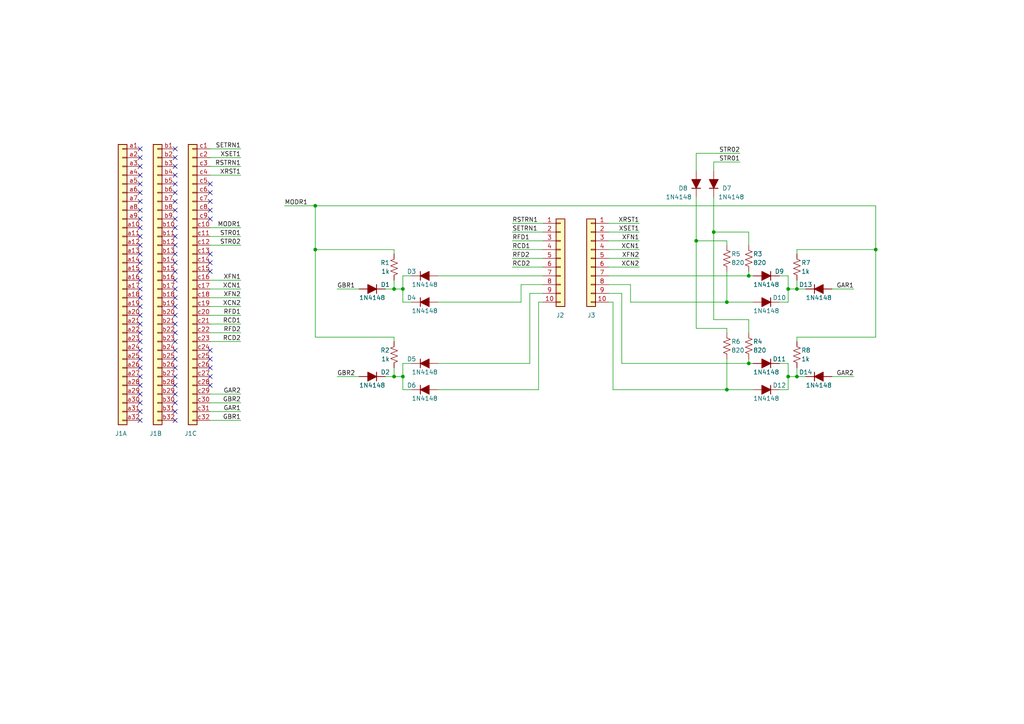
<source format=kicad_sch>
(kicad_sch (version 20211123) (generator eeschema)
  (paper "A4")
  (lib_symbols
    (symbol "Connector_Generic:Conn_01x10" (pin_names (offset 1.016) hide)
      (property "Reference" "J" (at 0 12.7 0))
      (property "Value" "Conn_01x10" (at 0 -15.24 0))
      (symbol "Conn_01x10_1_1"
        (rectangle (start -1.27 -12.573) (end 0 -12.827) (stroke (width 0.1524)))
        (rectangle (start -1.27 -10.033) (end 0 -10.287) (stroke (width 0.1524)))
        (rectangle (start -1.27 -7.493) (end 0 -7.747) (stroke (width 0.1524)))
        (rectangle (start -1.27 -4.953) (end 0 -5.207) (stroke (width 0.1524)))
        (rectangle (start -1.27 -2.413) (end 0 -2.667) (stroke (width 0.1524)))
        (rectangle (start -1.27 0.127) (end 0 -0.127) (stroke (width 0.1524)))
        (rectangle (start -1.27 2.667) (end 0 2.413) (stroke (width 0.1524)))
        (rectangle (start -1.27 5.207) (end 0 4.953) (stroke (width 0.1524)))
        (rectangle (start -1.27 7.747) (end 0 7.493) (stroke (width 0.1524)))
        (rectangle (start -1.27 10.287) (end 0 10.033) (stroke (width 0.1524)))
        (rectangle (start -1.27 11.43) (end 1.27 -13.97) (stroke (width 0.254)) (fill (type background)))
        (pin passive line (at -5.08 10.16 0) (length 3.81) (name "Pin_1") (number "1"))
        (pin passive line (at -5.08 -12.7 0) (length 3.81) (name "Pin_10") (number "10"))
        (pin passive line (at -5.08 7.62 0) (length 3.81) (name "Pin_2") (number "2"))
        (pin passive line (at -5.08 5.08 0) (length 3.81) (name "Pin_3") (number "3"))
        (pin passive line (at -5.08 2.54 0) (length 3.81) (name "Pin_4") (number "4"))
        (pin passive line (at -5.08 0 0) (length 3.81) (name "Pin_5") (number "5"))
        (pin passive line (at -5.08 -2.54 0) (length 3.81) (name "Pin_6") (number "6"))
        (pin passive line (at -5.08 -5.08 0) (length 3.81) (name "Pin_7") (number "7"))
        (pin passive line (at -5.08 -7.62 0) (length 3.81) (name "Pin_8") (number "8"))
        (pin passive line (at -5.08 -10.16 0) (length 3.81) (name "Pin_9") (number "9"))
      )
    )
    (symbol "Device:D_Filled" (pin_numbers hide) (pin_names (offset 1.016) hide)
      (property "Reference" "D" (at 0 2.54 0))
      (property "Value" "D_Filled" (at 0 -2.54 0))
      (symbol "D_Filled_0_1"
        (polyline (pts (xy -1.27 1.27) (xy -1.27 -1.27)) (stroke (width 0.254)))
        (polyline (pts (xy 1.27 0) (xy -1.27 0)))
        (polyline (pts (xy 1.27 1.27) (xy 1.27 -1.27) (xy -1.27 0) (xy 1.27 1.27)) (stroke (width 0.254)) (fill (type outline)))
      )
      (symbol "D_Filled_1_1"
        (pin passive line (at -3.81 0 0) (length 2.54) (name "K") (number "1"))
        (pin passive line (at 3.81 0 180) (length 2.54) (name "A") (number "2"))
      )
    )
    (symbol "Device:R_US" (pin_numbers hide) (pin_names (offset 0))
      (property "Reference" "R" (at 2.54 0 90))
      (property "Value" "R_US" (at -2.54 0 90))
      (symbol "R_US_0_1"
        (polyline (pts (xy 0 -2.286) (xy 0 -2.54)))
        (polyline (pts (xy 0 2.286) (xy 0 2.54)))
        (polyline (pts (xy 0 -0.762) (xy 1.016 -1.143) (xy 0 -1.524) (xy -1.016 -1.905) (xy 0 -2.286)))
        (polyline (pts (xy 0 0.762) (xy 1.016 0.381) (xy 0 0) (xy -1.016 -0.381) (xy 0 -0.762)))
        (polyline (pts (xy 0 2.286) (xy 1.016 1.905) (xy 0 1.524) (xy -1.016 1.143) (xy 0 0.762)))
      )
      (symbol "R_US_1_1"
        (pin passive line (at 0 3.81 270) (length 1.27) (name "~") (number "1"))
        (pin passive line (at 0 -3.81 90) (length 1.27) (name "~") (number "2"))
      )
    )
    (symbol "lachesis:DIN41612_03x32_C" (pin_names (offset 1.016) hide)
      (property "Reference" "J" (at 0 30.48 0))
      (property "Value" "DIN41612_03x32_C" (at 0 -53.34 0))
      (symbol "DIN41612_03x32_C_0_1"
        (rectangle (start -1.27 29.21) (end 1.27 -52.07) (stroke (width 0.254)) (fill (type background)))
      )
      (symbol "DIN41612_03x32_C_1_1"
        (rectangle (start -1.27 -50.673) (end 0 -50.927) (stroke (width 0.1524)))
        (rectangle (start -1.27 -48.133) (end 0 -48.387) (stroke (width 0.1524)))
        (rectangle (start -1.27 -45.593) (end 0 -45.847) (stroke (width 0.1524)))
        (rectangle (start -1.27 -43.053) (end 0 -43.307) (stroke (width 0.1524)))
        (rectangle (start -1.27 -40.513) (end 0 -40.767) (stroke (width 0.1524)))
        (rectangle (start -1.27 -37.973) (end 0 -38.227) (stroke (width 0.1524)))
        (rectangle (start -1.27 -35.433) (end 0 -35.687) (stroke (width 0.1524)))
        (rectangle (start -1.27 -32.893) (end 0 -33.147) (stroke (width 0.1524)))
        (rectangle (start -1.27 -30.353) (end 0 -30.607) (stroke (width 0.1524)))
        (rectangle (start -1.27 -27.813) (end 0 -28.067) (stroke (width 0.1524)))
        (rectangle (start -1.27 -25.273) (end 0 -25.527) (stroke (width 0.1524)))
        (rectangle (start -1.27 -22.733) (end 0 -22.987) (stroke (width 0.1524)))
        (rectangle (start -1.27 -20.193) (end 0 -20.447) (stroke (width 0.1524)))
        (rectangle (start -1.27 -17.653) (end 0 -17.907) (stroke (width 0.1524)))
        (rectangle (start -1.27 -15.113) (end 0 -15.367) (stroke (width 0.1524)))
        (rectangle (start -1.27 -12.573) (end 0 -12.827) (stroke (width 0.1524)))
        (rectangle (start -1.27 -10.033) (end 0 -10.287) (stroke (width 0.1524)))
        (rectangle (start -1.27 -7.493) (end 0 -7.747) (stroke (width 0.1524)))
        (rectangle (start -1.27 -4.953) (end 0 -5.207) (stroke (width 0.1524)))
        (rectangle (start -1.27 -2.413) (end 0 -2.667) (stroke (width 0.1524)))
        (rectangle (start -1.27 0.127) (end 0 -0.127) (stroke (width 0.1524)))
        (rectangle (start -1.27 2.667) (end 0 2.413) (stroke (width 0.1524)))
        (rectangle (start -1.27 5.207) (end 0 4.953) (stroke (width 0.1524)))
        (rectangle (start -1.27 7.747) (end 0 7.493) (stroke (width 0.1524)))
        (rectangle (start -1.27 10.287) (end 0 10.033) (stroke (width 0.1524)))
        (rectangle (start -1.27 12.827) (end 0 12.573) (stroke (width 0.1524)))
        (rectangle (start -1.27 15.367) (end 0 15.113) (stroke (width 0.1524)))
        (rectangle (start -1.27 17.907) (end 0 17.653) (stroke (width 0.1524)))
        (rectangle (start -1.27 20.447) (end 0 20.193) (stroke (width 0.1524)))
        (rectangle (start -1.27 22.987) (end 0 22.733) (stroke (width 0.1524)))
        (rectangle (start -1.27 25.527) (end 0 25.273) (stroke (width 0.1524)))
        (rectangle (start -1.27 28.067) (end 0 27.813) (stroke (width 0.1524)))
        (pin passive line (at -5.08 27.94 0) (length 3.81) (name "~") (number "a1"))
        (pin passive line (at -5.08 5.08 0) (length 3.81) (name "~") (number "a10"))
        (pin passive line (at -5.08 2.54 0) (length 3.81) (name "~") (number "a11"))
        (pin passive line (at -5.08 0 0) (length 3.81) (name "~") (number "a12"))
        (pin passive line (at -5.08 -2.54 0) (length 3.81) (name "~") (number "a13"))
        (pin passive line (at -5.08 -5.08 0) (length 3.81) (name "~") (number "a14"))
        (pin passive line (at -5.08 -7.62 0) (length 3.81) (name "~") (number "a15"))
        (pin passive line (at -5.08 -10.16 0) (length 3.81) (name "~") (number "a16"))
        (pin passive line (at -5.08 -12.7 0) (length 3.81) (name "~") (number "a17"))
        (pin passive line (at -5.08 -15.24 0) (length 3.81) (name "~") (number "a18"))
        (pin passive line (at -5.08 -17.78 0) (length 3.81) (name "~") (number "a19"))
        (pin passive line (at -5.08 25.4 0) (length 3.81) (name "~") (number "a2"))
        (pin passive line (at -5.08 -20.32 0) (length 3.81) (name "~") (number "a20"))
        (pin passive line (at -5.08 -22.86 0) (length 3.81) (name "~") (number "a21"))
        (pin passive line (at -5.08 -25.4 0) (length 3.81) (name "~") (number "a22"))
        (pin passive line (at -5.08 -27.94 0) (length 3.81) (name "~") (number "a23"))
        (pin passive line (at -5.08 -30.48 0) (length 3.81) (name "~") (number "a24"))
        (pin passive line (at -5.08 -33.02 0) (length 3.81) (name "~") (number "a25"))
        (pin passive line (at -5.08 -35.56 0) (length 3.81) (name "~") (number "a26"))
        (pin passive line (at -5.08 -38.1 0) (length 3.81) (name "~") (number "a27"))
        (pin passive line (at -5.08 -40.64 0) (length 3.81) (name "~") (number "a28"))
        (pin passive line (at -5.08 -43.18 0) (length 3.81) (name "~") (number "a29"))
        (pin passive line (at -5.08 22.86 0) (length 3.81) (name "~") (number "a3"))
        (pin passive line (at -5.08 -45.72 0) (length 3.81) (name "~") (number "a30"))
        (pin passive line (at -5.08 -48.26 0) (length 3.81) (name "~") (number "a31"))
        (pin passive line (at -5.08 -50.8 0) (length 3.81) (name "~") (number "a32"))
        (pin passive line (at -5.08 20.32 0) (length 3.81) (name "~") (number "a4"))
        (pin passive line (at -5.08 17.78 0) (length 3.81) (name "~") (number "a5"))
        (pin passive line (at -5.08 15.24 0) (length 3.81) (name "~") (number "a6"))
        (pin passive line (at -5.08 12.7 0) (length 3.81) (name "~") (number "a7"))
        (pin passive line (at -5.08 10.16 0) (length 3.81) (name "~") (number "a8"))
        (pin passive line (at -5.08 7.62 0) (length 3.81) (name "~") (number "a9"))
      )
      (symbol "DIN41612_03x32_C_2_1"
        (rectangle (start -1.27 -50.673) (end 0 -50.927) (stroke (width 0.1524)))
        (rectangle (start -1.27 -48.133) (end 0 -48.387) (stroke (width 0.1524)))
        (rectangle (start -1.27 -45.593) (end 0 -45.847) (stroke (width 0.1524)))
        (rectangle (start -1.27 -43.053) (end 0 -43.307) (stroke (width 0.1524)))
        (rectangle (start -1.27 -40.513) (end 0 -40.767) (stroke (width 0.1524)))
        (rectangle (start -1.27 -37.973) (end 0 -38.227) (stroke (width 0.1524)))
        (rectangle (start -1.27 -35.433) (end 0 -35.687) (stroke (width 0.1524)))
        (rectangle (start -1.27 -32.893) (end 0 -33.147) (stroke (width 0.1524)))
        (rectangle (start -1.27 -30.353) (end 0 -30.607) (stroke (width 0.1524)))
        (rectangle (start -1.27 -27.813) (end 0 -28.067) (stroke (width 0.1524)))
        (rectangle (start -1.27 -25.273) (end 0 -25.527) (stroke (width 0.1524)))
        (rectangle (start -1.27 -22.733) (end 0 -22.987) (stroke (width 0.1524)))
        (rectangle (start -1.27 -20.193) (end 0 -20.447) (stroke (width 0.1524)))
        (rectangle (start -1.27 -17.653) (end 0 -17.907) (stroke (width 0.1524)))
        (rectangle (start -1.27 -15.113) (end 0 -15.367) (stroke (width 0.1524)))
        (rectangle (start -1.27 -12.573) (end 0 -12.827) (stroke (width 0.1524)))
        (rectangle (start -1.27 -10.033) (end 0 -10.287) (stroke (width 0.1524)))
        (rectangle (start -1.27 -7.493) (end 0 -7.747) (stroke (width 0.1524)))
        (rectangle (start -1.27 -4.953) (end 0 -5.207) (stroke (width 0.1524)))
        (rectangle (start -1.27 -2.413) (end 0 -2.667) (stroke (width 0.1524)))
        (rectangle (start -1.27 0.127) (end 0 -0.127) (stroke (width 0.1524)))
        (rectangle (start -1.27 2.667) (end 0 2.413) (stroke (width 0.1524)))
        (rectangle (start -1.27 5.207) (end 0 4.953) (stroke (width 0.1524)))
        (rectangle (start -1.27 7.747) (end 0 7.493) (stroke (width 0.1524)))
        (rectangle (start -1.27 10.287) (end 0 10.033) (stroke (width 0.1524)))
        (rectangle (start -1.27 12.827) (end 0 12.573) (stroke (width 0.1524)))
        (rectangle (start -1.27 15.367) (end 0 15.113) (stroke (width 0.1524)))
        (rectangle (start -1.27 17.907) (end 0 17.653) (stroke (width 0.1524)))
        (rectangle (start -1.27 20.447) (end 0 20.193) (stroke (width 0.1524)))
        (rectangle (start -1.27 22.987) (end 0 22.733) (stroke (width 0.1524)))
        (rectangle (start -1.27 25.527) (end 0 25.273) (stroke (width 0.1524)))
        (rectangle (start -1.27 28.067) (end 0 27.813) (stroke (width 0.1524)))
        (pin passive line (at -5.08 27.94 0) (length 3.81) (name "~") (number "b1"))
        (pin passive line (at -5.08 5.08 0) (length 3.81) (name "~") (number "b10"))
        (pin passive line (at -5.08 2.54 0) (length 3.81) (name "~") (number "b11"))
        (pin passive line (at -5.08 0 0) (length 3.81) (name "~") (number "b12"))
        (pin passive line (at -5.08 -2.54 0) (length 3.81) (name "~") (number "b13"))
        (pin passive line (at -5.08 -5.08 0) (length 3.81) (name "~") (number "b14"))
        (pin passive line (at -5.08 -7.62 0) (length 3.81) (name "~") (number "b15"))
        (pin passive line (at -5.08 -10.16 0) (length 3.81) (name "~") (number "b16"))
        (pin passive line (at -5.08 -12.7 0) (length 3.81) (name "~") (number "b17"))
        (pin passive line (at -5.08 -15.24 0) (length 3.81) (name "~") (number "b18"))
        (pin passive line (at -5.08 -17.78 0) (length 3.81) (name "~") (number "b19"))
        (pin passive line (at -5.08 25.4 0) (length 3.81) (name "~") (number "b2"))
        (pin passive line (at -5.08 -20.32 0) (length 3.81) (name "~") (number "b20"))
        (pin passive line (at -5.08 -22.86 0) (length 3.81) (name "~") (number "b21"))
        (pin passive line (at -5.08 -25.4 0) (length 3.81) (name "~") (number "b22"))
        (pin passive line (at -5.08 -27.94 0) (length 3.81) (name "~") (number "b23"))
        (pin passive line (at -5.08 -30.48 0) (length 3.81) (name "~") (number "b24"))
        (pin passive line (at -5.08 -33.02 0) (length 3.81) (name "~") (number "b25"))
        (pin passive line (at -5.08 -35.56 0) (length 3.81) (name "~") (number "b26"))
        (pin passive line (at -5.08 -38.1 0) (length 3.81) (name "~") (number "b27"))
        (pin passive line (at -5.08 -40.64 0) (length 3.81) (name "~") (number "b28"))
        (pin passive line (at -5.08 -43.18 0) (length 3.81) (name "~") (number "b29"))
        (pin passive line (at -5.08 22.86 0) (length 3.81) (name "~") (number "b3"))
        (pin passive line (at -5.08 -45.72 0) (length 3.81) (name "~") (number "b30"))
        (pin passive line (at -5.08 -48.26 0) (length 3.81) (name "~") (number "b31"))
        (pin passive line (at -5.08 -50.8 0) (length 3.81) (name "~") (number "b32"))
        (pin passive line (at -5.08 20.32 0) (length 3.81) (name "~") (number "b4"))
        (pin passive line (at -5.08 17.78 0) (length 3.81) (name "~") (number "b5"))
        (pin passive line (at -5.08 15.24 0) (length 3.81) (name "~") (number "b6"))
        (pin passive line (at -5.08 12.7 0) (length 3.81) (name "~") (number "b7"))
        (pin passive line (at -5.08 10.16 0) (length 3.81) (name "~") (number "b8"))
        (pin passive line (at -5.08 7.62 0) (length 3.81) (name "~") (number "b9"))
      )
      (symbol "DIN41612_03x32_C_3_1"
        (rectangle (start -1.27 -50.673) (end 0 -50.927) (stroke (width 0.1524)))
        (rectangle (start -1.27 -48.133) (end 0 -48.387) (stroke (width 0.1524)))
        (rectangle (start -1.27 -45.593) (end 0 -45.847) (stroke (width 0.1524)))
        (rectangle (start -1.27 -43.053) (end 0 -43.307) (stroke (width 0.1524)))
        (rectangle (start -1.27 -40.513) (end 0 -40.767) (stroke (width 0.1524)))
        (rectangle (start -1.27 -37.973) (end 0 -38.227) (stroke (width 0.1524)))
        (rectangle (start -1.27 -35.433) (end 0 -35.687) (stroke (width 0.1524)))
        (rectangle (start -1.27 -32.893) (end 0 -33.147) (stroke (width 0.1524)))
        (rectangle (start -1.27 -30.353) (end 0 -30.607) (stroke (width 0.1524)))
        (rectangle (start -1.27 -27.813) (end 0 -28.067) (stroke (width 0.1524)))
        (rectangle (start -1.27 -25.273) (end 0 -25.527) (stroke (width 0.1524)))
        (rectangle (start -1.27 -22.733) (end 0 -22.987) (stroke (width 0.1524)))
        (rectangle (start -1.27 -20.193) (end 0 -20.447) (stroke (width 0.1524)))
        (rectangle (start -1.27 -17.653) (end 0 -17.907) (stroke (width 0.1524)))
        (rectangle (start -1.27 -15.113) (end 0 -15.367) (stroke (width 0.1524)))
        (rectangle (start -1.27 -12.573) (end 0 -12.827) (stroke (width 0.1524)))
        (rectangle (start -1.27 -10.033) (end 0 -10.287) (stroke (width 0.1524)))
        (rectangle (start -1.27 -7.493) (end 0 -7.747) (stroke (width 0.1524)))
        (rectangle (start -1.27 -4.953) (end 0 -5.207) (stroke (width 0.1524)))
        (rectangle (start -1.27 -2.413) (end 0 -2.667) (stroke (width 0.1524)))
        (rectangle (start -1.27 0.127) (end 0 -0.127) (stroke (width 0.1524)))
        (rectangle (start -1.27 2.667) (end 0 2.413) (stroke (width 0.1524)))
        (rectangle (start -1.27 5.207) (end 0 4.953) (stroke (width 0.1524)))
        (rectangle (start -1.27 7.747) (end 0 7.493) (stroke (width 0.1524)))
        (rectangle (start -1.27 10.287) (end 0 10.033) (stroke (width 0.1524)))
        (rectangle (start -1.27 12.827) (end 0 12.573) (stroke (width 0.1524)))
        (rectangle (start -1.27 15.367) (end 0 15.113) (stroke (width 0.1524)))
        (rectangle (start -1.27 17.907) (end 0 17.653) (stroke (width 0.1524)))
        (rectangle (start -1.27 20.447) (end 0 20.193) (stroke (width 0.1524)))
        (rectangle (start -1.27 22.987) (end 0 22.733) (stroke (width 0.1524)))
        (rectangle (start -1.27 25.527) (end 0 25.273) (stroke (width 0.1524)))
        (rectangle (start -1.27 28.067) (end 0 27.813) (stroke (width 0.1524)))
        (pin passive line (at -5.08 27.94 0) (length 3.81) (name "~") (number "c1"))
        (pin passive line (at -5.08 5.08 0) (length 3.81) (name "~") (number "c10"))
        (pin passive line (at -5.08 2.54 0) (length 3.81) (name "~") (number "c11"))
        (pin passive line (at -5.08 0 0) (length 3.81) (name "~") (number "c12"))
        (pin passive line (at -5.08 -2.54 0) (length 3.81) (name "~") (number "c13"))
        (pin passive line (at -5.08 -5.08 0) (length 3.81) (name "~") (number "c14"))
        (pin passive line (at -5.08 -7.62 0) (length 3.81) (name "~") (number "c15"))
        (pin passive line (at -5.08 -10.16 0) (length 3.81) (name "~") (number "c16"))
        (pin passive line (at -5.08 -12.7 0) (length 3.81) (name "~") (number "c17"))
        (pin passive line (at -5.08 -15.24 0) (length 3.81) (name "~") (number "c18"))
        (pin passive line (at -5.08 -17.78 0) (length 3.81) (name "~") (number "c19"))
        (pin passive line (at -5.08 25.4 0) (length 3.81) (name "~") (number "c2"))
        (pin passive line (at -5.08 -20.32 0) (length 3.81) (name "~") (number "c20"))
        (pin passive line (at -5.08 -22.86 0) (length 3.81) (name "~") (number "c21"))
        (pin passive line (at -5.08 -25.4 0) (length 3.81) (name "~") (number "c22"))
        (pin passive line (at -5.08 -27.94 0) (length 3.81) (name "~") (number "c23"))
        (pin passive line (at -5.08 -30.48 0) (length 3.81) (name "~") (number "c24"))
        (pin passive line (at -5.08 -33.02 0) (length 3.81) (name "~") (number "c25"))
        (pin passive line (at -5.08 -35.56 0) (length 3.81) (name "~") (number "c26"))
        (pin passive line (at -5.08 -38.1 0) (length 3.81) (name "~") (number "c27"))
        (pin passive line (at -5.08 -40.64 0) (length 3.81) (name "~") (number "c28"))
        (pin passive line (at -5.08 -43.18 0) (length 3.81) (name "~") (number "c29"))
        (pin passive line (at -5.08 22.86 0) (length 3.81) (name "~") (number "c3"))
        (pin passive line (at -5.08 -45.72 0) (length 3.81) (name "~") (number "c30"))
        (pin passive line (at -5.08 -48.26 0) (length 3.81) (name "~") (number "c31"))
        (pin passive line (at -5.08 -50.8 0) (length 3.81) (name "~") (number "c32"))
        (pin passive line (at -5.08 20.32 0) (length 3.81) (name "~") (number "c4"))
        (pin passive line (at -5.08 17.78 0) (length 3.81) (name "~") (number "c5"))
        (pin passive line (at -5.08 15.24 0) (length 3.81) (name "~") (number "c6"))
        (pin passive line (at -5.08 12.7 0) (length 3.81) (name "~") (number "c7"))
        (pin passive line (at -5.08 10.16 0) (length 3.81) (name "~") (number "c8"))
        (pin passive line (at -5.08 7.62 0) (length 3.81) (name "~") (number "c9"))
      )
    )
  )
  (junction (at 91.44 59.69))
  (junction (at 254 72.39))
  (junction (at 217.17 105.41))
  (junction (at 207.01 67.31))
  (junction (at 210.82 87.63))
  (junction (at 114.3 109.22))
  (junction (at 228.6 109.22))
  (junction (at 116.84 83.82))
  (junction (at 210.82 113.03))
  (junction (at 114.3 83.82))
  (junction (at 91.44 72.39))
  (junction (at 231.14 83.82))
  (junction (at 116.84 109.22))
  (junction (at 217.17 80.01))
  (junction (at 201.93 69.85))
  (junction (at 228.6 83.82))
  (junction (at 231.14 109.22))
  (no_connect (at 40.64 55.88))
  (no_connect (at 40.64 78.74))
  (no_connect (at 50.8 68.58))
  (no_connect (at 40.64 58.42))
  (no_connect (at 50.8 86.36))
  (no_connect (at 40.64 93.98))
  (no_connect (at 50.8 119.38))
  (no_connect (at 40.64 76.2))
  (no_connect (at 40.64 68.58))
  (no_connect (at 50.8 58.42))
  (no_connect (at 50.8 55.88))
  (no_connect (at 50.8 93.98))
  (no_connect (at 50.8 96.52))
  (no_connect (at 50.8 106.68))
  (no_connect (at 40.64 96.52))
  (no_connect (at 60.96 53.34))
  (no_connect (at 60.96 55.88))
  (no_connect (at 60.96 58.42))
  (no_connect (at 60.96 60.96))
  (no_connect (at 60.96 63.5))
  (no_connect (at 60.96 73.66))
  (no_connect (at 60.96 76.2))
  (no_connect (at 60.96 78.74))
  (no_connect (at 40.64 53.34))
  (no_connect (at 40.64 116.84))
  (no_connect (at 40.64 114.3))
  (no_connect (at 50.8 53.34))
  (no_connect (at 50.8 114.3))
  (no_connect (at 50.8 78.74))
  (no_connect (at 50.8 99.06))
  (no_connect (at 40.64 43.18))
  (no_connect (at 40.64 45.72))
  (no_connect (at 40.64 50.8))
  (no_connect (at 40.64 86.36))
  (no_connect (at 50.8 76.2))
  (no_connect (at 50.8 45.72))
  (no_connect (at 50.8 50.8))
  (no_connect (at 40.64 104.14))
  (no_connect (at 50.8 109.22))
  (no_connect (at 40.64 109.22))
  (no_connect (at 60.96 101.6))
  (no_connect (at 60.96 104.14))
  (no_connect (at 60.96 106.68))
  (no_connect (at 40.64 91.44))
  (no_connect (at 50.8 71.12))
  (no_connect (at 50.8 81.28))
  (no_connect (at 40.64 111.76))
  (no_connect (at 40.64 81.28))
  (no_connect (at 50.8 88.9))
  (no_connect (at 40.64 83.82))
  (no_connect (at 50.8 111.76))
  (no_connect (at 50.8 83.82))
  (no_connect (at 50.8 91.44))
  (no_connect (at 40.64 73.66))
  (no_connect (at 50.8 121.92))
  (no_connect (at 40.64 99.06))
  (no_connect (at 40.64 121.92))
  (no_connect (at 50.8 60.96))
  (no_connect (at 40.64 88.9))
  (no_connect (at 40.64 101.6))
  (no_connect (at 50.8 43.18))
  (no_connect (at 40.64 66.04))
  (no_connect (at 50.8 48.26))
  (no_connect (at 50.8 101.6))
  (no_connect (at 50.8 116.84))
  (no_connect (at 50.8 73.66))
  (no_connect (at 50.8 63.5))
  (no_connect (at 40.64 60.96))
  (no_connect (at 40.64 71.12))
  (no_connect (at 50.8 104.14))
  (no_connect (at 60.96 111.76))
  (no_connect (at 60.96 109.22))
  (no_connect (at 40.64 119.38))
  (no_connect (at 40.64 63.5))
  (no_connect (at 50.8 66.04))
  (no_connect (at 40.64 48.26))
  (no_connect (at 40.64 106.68))
  (wire (pts (xy 228.6 87.63) (xy 226.06 87.63)))
  (wire (pts (xy 217.17 104.14) (xy 217.17 105.41)))
  (wire (pts (xy 231.14 97.79) (xy 231.14 99.06)))
  (wire (pts (xy 97.79 83.82) (xy 104.14 83.82)))
  (wire (pts (xy 60.96 121.92) (xy 69.85 121.92)))
  (wire (pts (xy 210.82 113.03) (xy 218.44 113.03)))
  (wire (pts (xy 156.21 113.03) (xy 156.21 87.63)))
  (wire (pts (xy 177.8 113.03) (xy 210.82 113.03)))
  (wire (pts (xy 157.48 69.85) (xy 148.59 69.85)))
  (wire (pts (xy 60.96 91.44) (xy 69.85 91.44)))
  (wire (pts (xy 207.01 92.71) (xy 217.17 92.71)))
  (wire (pts (xy 210.82 69.85) (xy 201.93 69.85)))
  (wire (pts (xy 176.53 87.63) (xy 177.8 87.63)))
  (wire (pts (xy 111.76 83.82) (xy 114.3 83.82)))
  (wire (pts (xy 247.65 83.82) (xy 241.3 83.82)))
  (wire (pts (xy 218.44 105.41) (xy 217.17 105.41)))
  (wire (pts (xy 176.53 67.31) (xy 185.42 67.31)))
  (wire (pts (xy 210.82 78.74) (xy 210.82 87.63)))
  (wire (pts (xy 217.17 80.01) (xy 218.44 80.01)))
  (wire (pts (xy 176.53 77.47) (xy 185.42 77.47)))
  (wire (pts (xy 218.44 87.63) (xy 210.82 87.63)))
  (wire (pts (xy 60.96 83.82) (xy 69.85 83.82)))
  (wire (pts (xy 91.44 72.39) (xy 91.44 97.79)))
  (wire (pts (xy 127 113.03) (xy 156.21 113.03)))
  (wire (pts (xy 228.6 113.03) (xy 226.06 113.03)))
  (wire (pts (xy 127 105.41) (xy 153.67 105.41)))
  (wire (pts (xy 153.67 85.09) (xy 157.48 85.09)))
  (wire (pts (xy 60.96 116.84) (xy 69.85 116.84)))
  (wire (pts (xy 228.6 80.01) (xy 226.06 80.01)))
  (wire (pts (xy 116.84 83.82) (xy 116.84 87.63)))
  (wire (pts (xy 97.79 109.22) (xy 104.14 109.22)))
  (wire (pts (xy 116.84 87.63) (xy 119.38 87.63)))
  (wire (pts (xy 217.17 78.74) (xy 217.17 80.01)))
  (wire (pts (xy 60.96 66.04) (xy 69.85 66.04)))
  (wire (pts (xy 217.17 92.71) (xy 217.17 96.52)))
  (wire (pts (xy 60.96 88.9) (xy 69.85 88.9)))
  (wire (pts (xy 60.96 48.26) (xy 69.85 48.26)))
  (wire (pts (xy 180.34 85.09) (xy 176.53 85.09)))
  (wire (pts (xy 231.14 106.68) (xy 231.14 109.22)))
  (wire (pts (xy 157.48 72.39) (xy 148.59 72.39)))
  (wire (pts (xy 201.93 44.45) (xy 201.93 49.53)))
  (wire (pts (xy 254 72.39) (xy 254 97.79)))
  (wire (pts (xy 60.96 119.38) (xy 69.85 119.38)))
  (wire (pts (xy 180.34 105.41) (xy 180.34 85.09)))
  (wire (pts (xy 116.84 83.82) (xy 116.84 80.01)))
  (wire (pts (xy 91.44 59.69) (xy 254 59.69)))
  (wire (pts (xy 217.17 67.31) (xy 217.17 71.12)))
  (wire (pts (xy 207.01 67.31) (xy 217.17 67.31)))
  (wire (pts (xy 157.48 67.31) (xy 148.59 67.31)))
  (wire (pts (xy 210.82 95.25) (xy 201.93 95.25)))
  (wire (pts (xy 60.96 96.52) (xy 69.85 96.52)))
  (wire (pts (xy 116.84 109.22) (xy 116.84 113.03)))
  (wire (pts (xy 60.96 45.72) (xy 69.85 45.72)))
  (wire (pts (xy 60.96 93.98) (xy 69.85 93.98)))
  (wire (pts (xy 228.6 109.22) (xy 228.6 105.41)))
  (wire (pts (xy 116.84 109.22) (xy 116.84 105.41)))
  (wire (pts (xy 254 72.39) (xy 231.14 72.39)))
  (wire (pts (xy 157.48 74.93) (xy 148.59 74.93)))
  (wire (pts (xy 114.3 72.39) (xy 114.3 73.66)))
  (wire (pts (xy 176.53 69.85) (xy 185.42 69.85)))
  (wire (pts (xy 210.82 104.14) (xy 210.82 113.03)))
  (wire (pts (xy 91.44 72.39) (xy 114.3 72.39)))
  (wire (pts (xy 210.82 87.63) (xy 182.88 87.63)))
  (wire (pts (xy 176.53 74.93) (xy 185.42 74.93)))
  (wire (pts (xy 231.14 72.39) (xy 231.14 73.66)))
  (wire (pts (xy 153.67 105.41) (xy 153.67 85.09)))
  (wire (pts (xy 111.76 109.22) (xy 114.3 109.22)))
  (wire (pts (xy 60.96 71.12) (xy 69.85 71.12)))
  (wire (pts (xy 114.3 81.28) (xy 114.3 83.82)))
  (wire (pts (xy 201.93 95.25) (xy 201.93 69.85)))
  (wire (pts (xy 210.82 96.52) (xy 210.82 95.25)))
  (wire (pts (xy 114.3 83.82) (xy 116.84 83.82)))
  (wire (pts (xy 182.88 82.55) (xy 176.53 82.55)))
  (wire (pts (xy 114.3 97.79) (xy 114.3 99.06)))
  (wire (pts (xy 254 97.79) (xy 231.14 97.79)))
  (wire (pts (xy 60.96 114.3) (xy 69.85 114.3)))
  (wire (pts (xy 182.88 87.63) (xy 182.88 82.55)))
  (wire (pts (xy 116.84 105.41) (xy 119.38 105.41)))
  (wire (pts (xy 228.6 83.82) (xy 228.6 80.01)))
  (wire (pts (xy 60.96 68.58) (xy 69.85 68.58)))
  (wire (pts (xy 157.48 64.77) (xy 148.59 64.77)))
  (wire (pts (xy 228.6 109.22) (xy 228.6 113.03)))
  (wire (pts (xy 207.01 49.53) (xy 207.01 46.99)))
  (wire (pts (xy 60.96 43.18) (xy 69.85 43.18)))
  (wire (pts (xy 60.96 86.36) (xy 69.85 86.36)))
  (wire (pts (xy 60.96 99.06) (xy 69.85 99.06)))
  (wire (pts (xy 127 87.63) (xy 151.13 87.63)))
  (wire (pts (xy 151.13 87.63) (xy 151.13 82.55)))
  (wire (pts (xy 91.44 59.69) (xy 91.44 72.39)))
  (wire (pts (xy 231.14 81.28) (xy 231.14 83.82)))
  (wire (pts (xy 116.84 113.03) (xy 119.38 113.03)))
  (wire (pts (xy 214.63 44.45) (xy 201.93 44.45)))
  (wire (pts (xy 114.3 109.22) (xy 116.84 109.22)))
  (wire (pts (xy 233.68 109.22) (xy 231.14 109.22)))
  (wire (pts (xy 201.93 69.85) (xy 201.93 57.15)))
  (wire (pts (xy 176.53 80.01) (xy 217.17 80.01)))
  (wire (pts (xy 156.21 87.63) (xy 157.48 87.63)))
  (wire (pts (xy 116.84 80.01) (xy 119.38 80.01)))
  (wire (pts (xy 91.44 97.79) (xy 114.3 97.79)))
  (wire (pts (xy 177.8 87.63) (xy 177.8 113.03)))
  (wire (pts (xy 176.53 72.39) (xy 185.42 72.39)))
  (wire (pts (xy 228.6 105.41) (xy 226.06 105.41)))
  (wire (pts (xy 127 80.01) (xy 157.48 80.01)))
  (wire (pts (xy 60.96 50.8) (xy 69.85 50.8)))
  (wire (pts (xy 82.55 59.69) (xy 91.44 59.69)))
  (wire (pts (xy 210.82 71.12) (xy 210.82 69.85)))
  (wire (pts (xy 247.65 109.22) (xy 241.3 109.22)))
  (wire (pts (xy 207.01 57.15) (xy 207.01 67.31)))
  (wire (pts (xy 231.14 109.22) (xy 228.6 109.22)))
  (wire (pts (xy 207.01 67.31) (xy 207.01 92.71)))
  (wire (pts (xy 214.63 46.99) (xy 207.01 46.99)))
  (wire (pts (xy 217.17 105.41) (xy 180.34 105.41)))
  (wire (pts (xy 157.48 77.47) (xy 148.59 77.47)))
  (wire (pts (xy 233.68 83.82) (xy 231.14 83.82)))
  (wire (pts (xy 176.53 64.77) (xy 185.42 64.77)))
  (wire (pts (xy 114.3 106.68) (xy 114.3 109.22)))
  (wire (pts (xy 228.6 83.82) (xy 228.6 87.63)))
  (wire (pts (xy 151.13 82.55) (xy 157.48 82.55)))
  (wire (pts (xy 254 59.69) (xy 254 72.39)))
  (wire (pts (xy 231.14 83.82) (xy 228.6 83.82)))
  (wire (pts (xy 60.96 81.28) (xy 69.85 81.28)))
  (label "STR01" (at 69.85 68.58 180))
  (label "GBR2" (at 97.79 109.22 0))
  (label "XCN1" (at 185.42 72.39 180))
  (label "XRST1" (at 185.42 64.77 180))
  (label "GAR2" (at 247.65 109.22 180))
  (label "STR02" (at 69.85 71.12 180))
  (label "STR02" (at 214.63 44.45 180))
  (label "RCD2" (at 69.85 99.06 180))
  (label "GAR2" (at 69.85 114.3 180))
  (label "RFD2" (at 148.59 74.93 0))
  (label "GAR1" (at 247.65 83.82 180))
  (label "RCD2" (at 148.59 77.47 0))
  (label "GBR1" (at 69.85 121.92 180))
  (label "XCN2" (at 185.42 77.47 180))
  (label "RSTRN1" (at 69.85 48.26 180))
  (label "RFD2" (at 69.85 96.52 180))
  (label "RCD1" (at 69.85 93.98 180))
  (label "SETRN1" (at 148.59 67.31 0))
  (label "XFN2" (at 69.85 86.36 180))
  (label "GBR2" (at 69.85 116.84 180))
  (label "XFN1" (at 185.42 69.85 180))
  (label "STR01" (at 214.63 46.99 180))
  (label "RSTRN1" (at 148.59 64.77 0))
  (label "SETRN1" (at 69.85 43.18 180))
  (label "XRST1" (at 69.85 50.8 180))
  (label "XSET1" (at 69.85 45.72 180))
  (label "XCN2" (at 69.85 88.9 180))
  (label "XFN2" (at 185.42 74.93 180))
  (label "MODR1" (at 69.85 66.04 180))
  (label "GAR1" (at 69.85 119.38 180))
  (label "MODR1" (at 82.55 59.69 0))
  (label "XCN1" (at 69.85 83.82 180))
  (label "XSET1" (at 185.42 67.31 180))
  (label "RCD1" (at 148.59 72.39 0))
  (label "GBR1" (at 97.79 83.82 0))
  (label "RFD1" (at 148.59 69.85 0))
  (label "XFN1" (at 69.85 81.28 180))
  (label "RFD1" (at 69.85 91.44 180))
  (symbol (lib_id "Device:D_Filled") (at 222.25 87.63 180) (unit 1)
    (property "Reference" "D10" (at 226.06 86.36 0))
    (property "Value" "1N4148" (at 222.25 90.17 0))
    (property "Footprint" "Diode_SMD:D_SOD-323" (effects hide))
  )
  (symbol (lib_id "Device:R_US") (at 231.14 77.47 0) (unit 1)
    (property "Reference" "R7" (at 232.41 76.2 0) (effects (justify left)))
    (property "Value" "1k" (at 232.41 78.74 0) (effects (justify left)))
    (property "Footprint" "Resistor_SMD:R_0603_1608Metric" (effects hide))
  )
  (symbol (lib_id "Device:R_US") (at 210.82 74.93 0) (unit 1)
    (property "Reference" "R5" (at 212.09 73.66 0) (effects (justify left)))
    (property "Value" "820" (at 212.09 76.2 0) (effects (justify left)))
    (property "Footprint" "Resistor_SMD:R_0603_1608Metric" (effects hide))
  )
  (symbol (lib_id "Device:D_Filled") (at 123.19 113.03 0) (mirror x) (unit 1)
    (property "Reference" "D6" (at 119.38 111.76 0))
    (property "Value" "1N4148" (at 123.19 115.57 0))
    (property "Footprint" "Diode_SMD:D_SOD-323" (effects hide))
  )
  (symbol (lib_id "Device:D_Filled") (at 123.19 80.01 0) (mirror x) (unit 1)
    (property "Reference" "D3" (at 119.38 78.74 0))
    (property "Value" "1N4148" (at 123.19 82.55 0))
    (property "Footprint" "Diode_SMD:D_SOD-323" (effects hide))
  )
  (symbol (lib_id "Device:D_Filled") (at 237.49 109.22 0) (mirror x) (unit 1)
    (property "Reference" "D14" (at 233.68 107.95 0))
    (property "Value" "1N4148" (at 237.49 111.76 0))
    (property "Footprint" "Diode_SMD:D_SOD-323" (effects hide))
  )
  (symbol (lib_id "Device:R_US") (at 217.17 74.93 0) (unit 1)
    (property "Reference" "R3" (at 218.44 73.66 0) (effects (justify left)))
    (property "Value" "820" (at 218.44 76.2 0) (effects (justify left)))
    (property "Footprint" "Resistor_SMD:R_0603_1608Metric" (effects hide))
  )
  (symbol (lib_id "Device:D_Filled") (at 201.93 53.34 270) (mirror x) (unit 1)
    (property "Reference" "D8" (at 198.12 54.61 90))
    (property "Value" "1N4148" (at 196.85 57.15 90))
    (property "Footprint" "Diode_SMD:D_SOD-323" (effects hide))
  )
  (symbol (lib_id "Device:D_Filled") (at 123.19 87.63 0) (mirror x) (unit 1)
    (property "Reference" "D4" (at 119.38 86.36 0))
    (property "Value" "1N4148" (at 123.19 90.17 0))
    (property "Footprint" "Diode_SMD:D_SOD-323" (effects hide))
  )
  (symbol (lib_id "Device:D_Filled") (at 107.95 83.82 180) (unit 1)
    (property "Reference" "D1" (at 111.76 82.55 0))
    (property "Value" "1N4148" (at 107.95 86.36 0))
    (property "Footprint" "Diode_SMD:D_SOD-323" (effects hide))
  )
  (symbol (lib_id "lachesis:DIN41612_03x32_C") (at 35.56 71.12 0) (mirror y) (unit 1)
    (property "Reference" "J1" (at 36.83 125.73 0) (effects (justify left)))
    (property "Value" "DIN41612_03x32_C" (effects hide))
    (property "Footprint" "Connector_DIN:DIN41612_C_3x32_Female_Vertical_THT" (effects hide))
  )
  (symbol (lib_id "Device:D_Filled") (at 222.25 105.41 180) (unit 1)
    (property "Reference" "D11" (at 226.06 104.14 0))
    (property "Value" "1N4148" (at 222.25 107.95 0))
    (property "Footprint" "Diode_SMD:D_SOD-323" (effects hide))
  )
  (symbol (lib_id "Connector_Generic:Conn_01x10") (at 162.56 74.93 0) (unit 1)
    (property "Reference" "J2" (at 161.29 91.44 0) (effects (justify left)))
    (property "Value" "Conn_01x10" (effects hide))
    (property "Footprint" "Connector_PinHeader_2.54mm:PinHeader_1x10_P2.54mm_Vertical" (effects hide))
  )
  (symbol (lib_id "Device:R_US") (at 231.14 102.87 0) (unit 1)
    (property "Reference" "R8" (at 232.41 101.6 0) (effects (justify left)))
    (property "Value" "1k" (at 232.41 104.14 0) (effects (justify left)))
    (property "Footprint" "Resistor_SMD:R_0603_1608Metric" (effects hide))
  )
  (symbol (lib_id "Device:D_Filled") (at 222.25 113.03 180) (unit 1)
    (property "Reference" "D12" (at 226.06 111.76 0))
    (property "Value" "1N4148" (at 222.25 115.57 0))
    (property "Footprint" "Diode_SMD:D_SOD-323" (effects hide))
  )
  (symbol (lib_id "Device:R_US") (at 210.82 100.33 0) (unit 1)
    (property "Reference" "R6" (at 212.09 99.06 0) (effects (justify left)))
    (property "Value" "820" (at 212.09 101.6 0) (effects (justify left)))
    (property "Footprint" "Resistor_SMD:R_0603_1608Metric" (effects hide))
  )
  (symbol (lib_id "Device:R_US") (at 114.3 77.47 0) (mirror y) (unit 1)
    (property "Reference" "R1" (at 113.03 76.2 0) (effects (justify left)))
    (property "Value" "1k" (at 113.03 78.74 0) (effects (justify left)))
    (property "Footprint" "Resistor_SMD:R_0603_1608Metric" (effects hide))
  )
  (symbol (lib_id "Device:D_Filled") (at 222.25 80.01 180) (unit 1)
    (property "Reference" "D9" (at 226.06 78.74 0))
    (property "Value" "1N4148" (at 222.25 82.55 0))
    (property "Footprint" "Diode_SMD:D_SOD-323" (effects hide))
  )
  (symbol (lib_id "Device:R_US") (at 114.3 102.87 0) (mirror y) (unit 1)
    (property "Reference" "R2" (at 113.03 101.6 0) (effects (justify left)))
    (property "Value" "1k" (at 113.03 104.14 0) (effects (justify left)))
    (property "Footprint" "Resistor_SMD:R_0603_1608Metric" (effects hide))
  )
  (symbol (lib_id "Device:R_US") (at 217.17 100.33 0) (unit 1)
    (property "Reference" "R4" (at 218.44 99.06 0) (effects (justify left)))
    (property "Value" "820" (at 218.44 101.6 0) (effects (justify left)))
    (property "Footprint" "Resistor_SMD:R_0603_1608Metric" (effects hide))
  )
  (symbol (lib_id "Device:D_Filled") (at 237.49 83.82 0) (mirror x) (unit 1)
    (property "Reference" "D13" (at 233.68 82.55 0))
    (property "Value" "1N4148" (at 237.49 86.36 0))
    (property "Footprint" "Diode_SMD:D_SOD-323" (effects hide))
  )
  (symbol (lib_id "Device:D_Filled") (at 207.01 53.34 270) (mirror x) (unit 1)
    (property "Reference" "D7" (at 210.82 54.61 90))
    (property "Value" "1N4148" (at 212.09 57.15 90))
    (property "Footprint" "Diode_SMD:D_SOD-323" (effects hide))
  )
  (symbol (lib_id "Connector_Generic:Conn_01x10") (at 171.45 74.93 0) (mirror y) (unit 1)
    (property "Reference" "J3" (at 172.72 91.44 0) (effects (justify left)))
    (property "Value" "Conn_01x10" (effects hide))
    (property "Footprint" "Connector_PinHeader_2.54mm:PinHeader_1x10_P2.54mm_Vertical" (effects hide))
  )
  (symbol (lib_id "Device:D_Filled") (at 107.95 109.22 180) (unit 1)
    (property "Reference" "D2" (at 111.76 107.95 0))
    (property "Value" "1N4148" (at 107.95 111.76 0))
    (property "Footprint" "Diode_SMD:D_SOD-323" (effects hide))
  )
  (symbol (lib_id "Device:D_Filled") (at 123.19 105.41 0) (mirror x) (unit 1)
    (property "Reference" "D5" (at 119.38 104.14 0))
    (property "Value" "1N4148" (at 123.19 107.95 0))
    (property "Footprint" "Diode_SMD:D_SOD-323" (effects hide))
  )
  (symbol (lib_id "lachesis:DIN41612_03x32_C") (at 45.72 71.12 0) (mirror y) (unit 2)
    (property "Reference" "J1" (at 46.99 125.73 0) (effects (justify left)))
    (property "Value" "DIN41612_03x32_C" (effects hide))
    (property "Footprint" "Connector_DIN:DIN41612_C_3x32_Female_Vertical_THT" (effects hide))
  )
  (symbol (lib_id "lachesis:DIN41612_03x32_C") (at 55.88 71.12 0) (mirror y) (unit 3)
    (property "Reference" "J1" (at 57.15 125.73 0) (effects (justify left)))
    (property "Value" "DIN41612_03x32_C" (effects hide))
    (property "Footprint" "Connector_DIN:DIN41612_C_3x32_Female_Vertical_THT" (effects hide))
  )
)
</source>
